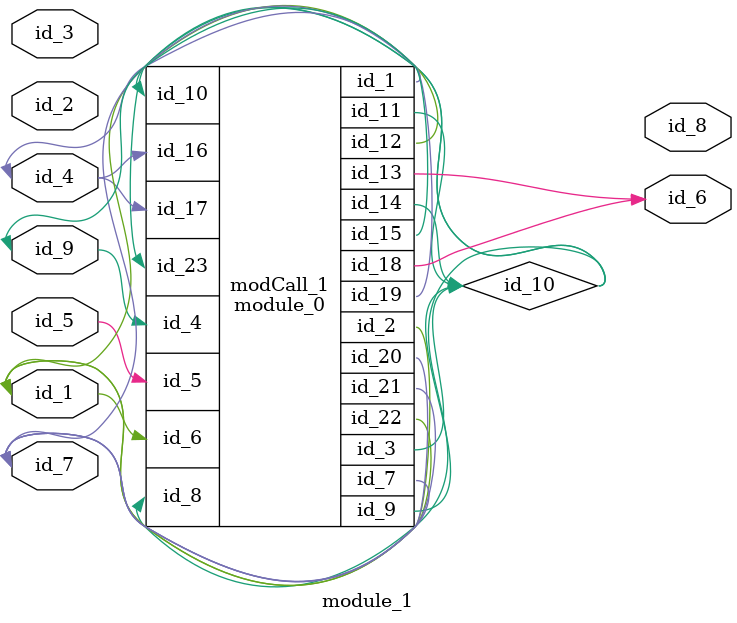
<source format=v>
module module_0 (
    id_1,
    id_2,
    id_3,
    id_4,
    id_5,
    id_6,
    id_7,
    id_8,
    id_9,
    id_10,
    id_11,
    id_12,
    id_13,
    id_14,
    id_15,
    id_16,
    id_17,
    id_18,
    id_19,
    id_20,
    id_21,
    id_22,
    id_23
);
  input wire id_23;
  output wire id_22;
  output wire id_21;
  output wire id_20;
  output wire id_19;
  output wire id_18;
  input wire id_17;
  input wire id_16;
  output wire id_15;
  output wire id_14;
  output wire id_13;
  output wire id_12;
  inout wire id_11;
  input wire id_10;
  output wire id_9;
  input wire id_8;
  inout wire id_7;
  input wire id_6;
  input wire id_5;
  input wire id_4;
  inout wire id_3;
  inout wire id_2;
  inout wire id_1;
  assign id_15 = 1;
endmodule
module module_1 (
    id_1,
    id_2,
    id_3,
    id_4,
    id_5,
    id_6,
    id_7,
    id_8,
    id_9
);
  inout wire id_9;
  output wire id_8;
  inout wire id_7;
  output wire id_6;
  input wire id_5;
  inout wire id_4;
  input wire id_3;
  input wire id_2;
  inout wire id_1;
  assign id_8[1] = id_3 <= id_9;
  wire id_10;
  module_0 modCall_1 (
      id_7,
      id_1,
      id_10,
      id_9,
      id_5,
      id_1,
      id_7,
      id_10,
      id_10,
      id_10,
      id_10,
      id_1,
      id_6,
      id_10,
      id_9,
      id_4,
      id_4,
      id_6,
      id_4,
      id_7,
      id_7,
      id_1,
      id_10
  );
endmodule

</source>
